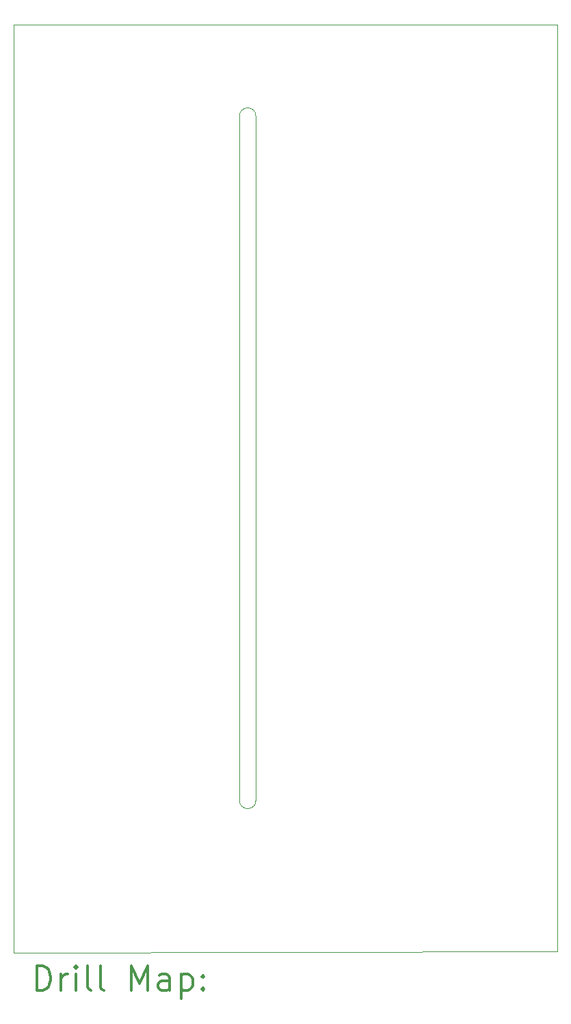
<source format=gbr>
%FSLAX45Y45*%
G04 Gerber Fmt 4.5, Leading zero omitted, Abs format (unit mm)*
G04 Created by KiCad (PCBNEW (5.1.10)-1) date 2021-12-06 14:16:19*
%MOMM*%
%LPD*%
G01*
G04 APERTURE LIST*
%TA.AperFunction,Profile*%
%ADD10C,0.050000*%
%TD*%
%ADD11C,0.200000*%
%ADD12C,0.300000*%
G04 APERTURE END LIST*
D10*
X9017000Y-16776700D02*
X9017000Y-5308600D01*
X15748000Y-16764000D02*
X9017000Y-16776700D01*
X15748000Y-5308600D02*
X15748000Y-16764000D01*
X9017000Y-5308600D02*
X15748000Y-5308600D01*
X12014200Y-14897100D02*
X12014200Y-6438900D01*
X11811000Y-6438900D02*
X11811000Y-14897100D01*
X12014200Y-14897100D02*
G75*
G02*
X11811000Y-14897100I-101600J0D01*
G01*
X11811000Y-6438900D02*
G75*
G02*
X12014200Y-6438900I101600J0D01*
G01*
D11*
D12*
X9300928Y-17244914D02*
X9300928Y-16944914D01*
X9372357Y-16944914D01*
X9415214Y-16959200D01*
X9443786Y-16987772D01*
X9458071Y-17016343D01*
X9472357Y-17073486D01*
X9472357Y-17116343D01*
X9458071Y-17173486D01*
X9443786Y-17202057D01*
X9415214Y-17230629D01*
X9372357Y-17244914D01*
X9300928Y-17244914D01*
X9600928Y-17244914D02*
X9600928Y-17044914D01*
X9600928Y-17102057D02*
X9615214Y-17073486D01*
X9629500Y-17059200D01*
X9658071Y-17044914D01*
X9686643Y-17044914D01*
X9786643Y-17244914D02*
X9786643Y-17044914D01*
X9786643Y-16944914D02*
X9772357Y-16959200D01*
X9786643Y-16973486D01*
X9800928Y-16959200D01*
X9786643Y-16944914D01*
X9786643Y-16973486D01*
X9972357Y-17244914D02*
X9943786Y-17230629D01*
X9929500Y-17202057D01*
X9929500Y-16944914D01*
X10129500Y-17244914D02*
X10100928Y-17230629D01*
X10086643Y-17202057D01*
X10086643Y-16944914D01*
X10472357Y-17244914D02*
X10472357Y-16944914D01*
X10572357Y-17159200D01*
X10672357Y-16944914D01*
X10672357Y-17244914D01*
X10943786Y-17244914D02*
X10943786Y-17087772D01*
X10929500Y-17059200D01*
X10900928Y-17044914D01*
X10843786Y-17044914D01*
X10815214Y-17059200D01*
X10943786Y-17230629D02*
X10915214Y-17244914D01*
X10843786Y-17244914D01*
X10815214Y-17230629D01*
X10800928Y-17202057D01*
X10800928Y-17173486D01*
X10815214Y-17144914D01*
X10843786Y-17130629D01*
X10915214Y-17130629D01*
X10943786Y-17116343D01*
X11086643Y-17044914D02*
X11086643Y-17344914D01*
X11086643Y-17059200D02*
X11115214Y-17044914D01*
X11172357Y-17044914D01*
X11200928Y-17059200D01*
X11215214Y-17073486D01*
X11229500Y-17102057D01*
X11229500Y-17187772D01*
X11215214Y-17216343D01*
X11200928Y-17230629D01*
X11172357Y-17244914D01*
X11115214Y-17244914D01*
X11086643Y-17230629D01*
X11358071Y-17216343D02*
X11372357Y-17230629D01*
X11358071Y-17244914D01*
X11343786Y-17230629D01*
X11358071Y-17216343D01*
X11358071Y-17244914D01*
X11358071Y-17059200D02*
X11372357Y-17073486D01*
X11358071Y-17087772D01*
X11343786Y-17073486D01*
X11358071Y-17059200D01*
X11358071Y-17087772D01*
M02*

</source>
